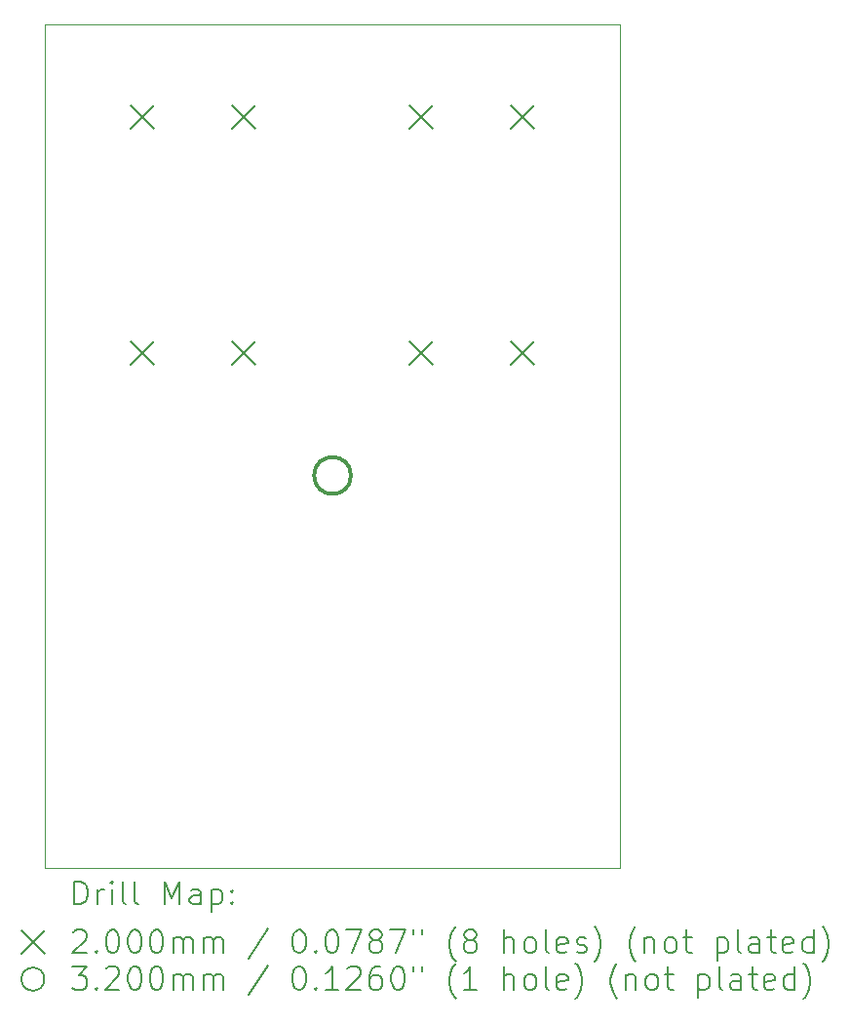
<source format=gbr>
%TF.GenerationSoftware,KiCad,Pcbnew,7.0.7-7.0.7~ubuntu22.04.1*%
%TF.CreationDate,2023-12-10T22:01:40+01:00*%
%TF.ProjectId,CD40106_VCO,43443430-3130-4365-9f56-434f2e6b6963,rev?*%
%TF.SameCoordinates,Original*%
%TF.FileFunction,Drillmap*%
%TF.FilePolarity,Positive*%
%FSLAX45Y45*%
G04 Gerber Fmt 4.5, Leading zero omitted, Abs format (unit mm)*
G04 Created by KiCad (PCBNEW 7.0.7-7.0.7~ubuntu22.04.1) date 2023-12-10 22:01:40*
%MOMM*%
%LPD*%
G01*
G04 APERTURE LIST*
%ADD10C,0.050000*%
%ADD11C,0.200000*%
%ADD12C,0.320000*%
G04 APERTURE END LIST*
D10*
X15900000Y-7325000D02*
X15900000Y-14650000D01*
X10900000Y-7325000D02*
X15900000Y-7325000D01*
X10900000Y-7325000D02*
X10900000Y-14650000D01*
X10900000Y-14650000D02*
X15900000Y-14650000D01*
D11*
X11650000Y-8030000D02*
X11850000Y-8230000D01*
X11850000Y-8030000D02*
X11650000Y-8230000D01*
X11650000Y-10075000D02*
X11850000Y-10275000D01*
X11850000Y-10075000D02*
X11650000Y-10275000D01*
X12530000Y-8030000D02*
X12730000Y-8230000D01*
X12730000Y-8030000D02*
X12530000Y-8230000D01*
X12530000Y-10075000D02*
X12730000Y-10275000D01*
X12730000Y-10075000D02*
X12530000Y-10275000D01*
X14070000Y-8030000D02*
X14270000Y-8230000D01*
X14270000Y-8030000D02*
X14070000Y-8230000D01*
X14070000Y-10075000D02*
X14270000Y-10275000D01*
X14270000Y-10075000D02*
X14070000Y-10275000D01*
X14950000Y-8030000D02*
X15150000Y-8230000D01*
X15150000Y-8030000D02*
X14950000Y-8230000D01*
X14950000Y-10075000D02*
X15150000Y-10275000D01*
X15150000Y-10075000D02*
X14950000Y-10275000D01*
D12*
X13560000Y-11240000D02*
G75*
G03*
X13560000Y-11240000I-160000J0D01*
G01*
D11*
X11158277Y-14963984D02*
X11158277Y-14763984D01*
X11158277Y-14763984D02*
X11205896Y-14763984D01*
X11205896Y-14763984D02*
X11234467Y-14773508D01*
X11234467Y-14773508D02*
X11253515Y-14792555D01*
X11253515Y-14792555D02*
X11263039Y-14811603D01*
X11263039Y-14811603D02*
X11272562Y-14849698D01*
X11272562Y-14849698D02*
X11272562Y-14878269D01*
X11272562Y-14878269D02*
X11263039Y-14916365D01*
X11263039Y-14916365D02*
X11253515Y-14935412D01*
X11253515Y-14935412D02*
X11234467Y-14954460D01*
X11234467Y-14954460D02*
X11205896Y-14963984D01*
X11205896Y-14963984D02*
X11158277Y-14963984D01*
X11358277Y-14963984D02*
X11358277Y-14830650D01*
X11358277Y-14868746D02*
X11367801Y-14849698D01*
X11367801Y-14849698D02*
X11377324Y-14840174D01*
X11377324Y-14840174D02*
X11396372Y-14830650D01*
X11396372Y-14830650D02*
X11415420Y-14830650D01*
X11482086Y-14963984D02*
X11482086Y-14830650D01*
X11482086Y-14763984D02*
X11472562Y-14773508D01*
X11472562Y-14773508D02*
X11482086Y-14783031D01*
X11482086Y-14783031D02*
X11491610Y-14773508D01*
X11491610Y-14773508D02*
X11482086Y-14763984D01*
X11482086Y-14763984D02*
X11482086Y-14783031D01*
X11605896Y-14963984D02*
X11586848Y-14954460D01*
X11586848Y-14954460D02*
X11577324Y-14935412D01*
X11577324Y-14935412D02*
X11577324Y-14763984D01*
X11710658Y-14963984D02*
X11691610Y-14954460D01*
X11691610Y-14954460D02*
X11682086Y-14935412D01*
X11682086Y-14935412D02*
X11682086Y-14763984D01*
X11939229Y-14963984D02*
X11939229Y-14763984D01*
X11939229Y-14763984D02*
X12005896Y-14906841D01*
X12005896Y-14906841D02*
X12072562Y-14763984D01*
X12072562Y-14763984D02*
X12072562Y-14963984D01*
X12253515Y-14963984D02*
X12253515Y-14859222D01*
X12253515Y-14859222D02*
X12243991Y-14840174D01*
X12243991Y-14840174D02*
X12224943Y-14830650D01*
X12224943Y-14830650D02*
X12186848Y-14830650D01*
X12186848Y-14830650D02*
X12167801Y-14840174D01*
X12253515Y-14954460D02*
X12234467Y-14963984D01*
X12234467Y-14963984D02*
X12186848Y-14963984D01*
X12186848Y-14963984D02*
X12167801Y-14954460D01*
X12167801Y-14954460D02*
X12158277Y-14935412D01*
X12158277Y-14935412D02*
X12158277Y-14916365D01*
X12158277Y-14916365D02*
X12167801Y-14897317D01*
X12167801Y-14897317D02*
X12186848Y-14887793D01*
X12186848Y-14887793D02*
X12234467Y-14887793D01*
X12234467Y-14887793D02*
X12253515Y-14878269D01*
X12348753Y-14830650D02*
X12348753Y-15030650D01*
X12348753Y-14840174D02*
X12367801Y-14830650D01*
X12367801Y-14830650D02*
X12405896Y-14830650D01*
X12405896Y-14830650D02*
X12424943Y-14840174D01*
X12424943Y-14840174D02*
X12434467Y-14849698D01*
X12434467Y-14849698D02*
X12443991Y-14868746D01*
X12443991Y-14868746D02*
X12443991Y-14925888D01*
X12443991Y-14925888D02*
X12434467Y-14944936D01*
X12434467Y-14944936D02*
X12424943Y-14954460D01*
X12424943Y-14954460D02*
X12405896Y-14963984D01*
X12405896Y-14963984D02*
X12367801Y-14963984D01*
X12367801Y-14963984D02*
X12348753Y-14954460D01*
X12529705Y-14944936D02*
X12539229Y-14954460D01*
X12539229Y-14954460D02*
X12529705Y-14963984D01*
X12529705Y-14963984D02*
X12520182Y-14954460D01*
X12520182Y-14954460D02*
X12529705Y-14944936D01*
X12529705Y-14944936D02*
X12529705Y-14963984D01*
X12529705Y-14840174D02*
X12539229Y-14849698D01*
X12539229Y-14849698D02*
X12529705Y-14859222D01*
X12529705Y-14859222D02*
X12520182Y-14849698D01*
X12520182Y-14849698D02*
X12529705Y-14840174D01*
X12529705Y-14840174D02*
X12529705Y-14859222D01*
X10697500Y-15192500D02*
X10897500Y-15392500D01*
X10897500Y-15192500D02*
X10697500Y-15392500D01*
X11148753Y-15203031D02*
X11158277Y-15193508D01*
X11158277Y-15193508D02*
X11177324Y-15183984D01*
X11177324Y-15183984D02*
X11224943Y-15183984D01*
X11224943Y-15183984D02*
X11243991Y-15193508D01*
X11243991Y-15193508D02*
X11253515Y-15203031D01*
X11253515Y-15203031D02*
X11263039Y-15222079D01*
X11263039Y-15222079D02*
X11263039Y-15241127D01*
X11263039Y-15241127D02*
X11253515Y-15269698D01*
X11253515Y-15269698D02*
X11139229Y-15383984D01*
X11139229Y-15383984D02*
X11263039Y-15383984D01*
X11348753Y-15364936D02*
X11358277Y-15374460D01*
X11358277Y-15374460D02*
X11348753Y-15383984D01*
X11348753Y-15383984D02*
X11339229Y-15374460D01*
X11339229Y-15374460D02*
X11348753Y-15364936D01*
X11348753Y-15364936D02*
X11348753Y-15383984D01*
X11482086Y-15183984D02*
X11501134Y-15183984D01*
X11501134Y-15183984D02*
X11520182Y-15193508D01*
X11520182Y-15193508D02*
X11529705Y-15203031D01*
X11529705Y-15203031D02*
X11539229Y-15222079D01*
X11539229Y-15222079D02*
X11548753Y-15260174D01*
X11548753Y-15260174D02*
X11548753Y-15307793D01*
X11548753Y-15307793D02*
X11539229Y-15345888D01*
X11539229Y-15345888D02*
X11529705Y-15364936D01*
X11529705Y-15364936D02*
X11520182Y-15374460D01*
X11520182Y-15374460D02*
X11501134Y-15383984D01*
X11501134Y-15383984D02*
X11482086Y-15383984D01*
X11482086Y-15383984D02*
X11463039Y-15374460D01*
X11463039Y-15374460D02*
X11453515Y-15364936D01*
X11453515Y-15364936D02*
X11443991Y-15345888D01*
X11443991Y-15345888D02*
X11434467Y-15307793D01*
X11434467Y-15307793D02*
X11434467Y-15260174D01*
X11434467Y-15260174D02*
X11443991Y-15222079D01*
X11443991Y-15222079D02*
X11453515Y-15203031D01*
X11453515Y-15203031D02*
X11463039Y-15193508D01*
X11463039Y-15193508D02*
X11482086Y-15183984D01*
X11672562Y-15183984D02*
X11691610Y-15183984D01*
X11691610Y-15183984D02*
X11710658Y-15193508D01*
X11710658Y-15193508D02*
X11720182Y-15203031D01*
X11720182Y-15203031D02*
X11729705Y-15222079D01*
X11729705Y-15222079D02*
X11739229Y-15260174D01*
X11739229Y-15260174D02*
X11739229Y-15307793D01*
X11739229Y-15307793D02*
X11729705Y-15345888D01*
X11729705Y-15345888D02*
X11720182Y-15364936D01*
X11720182Y-15364936D02*
X11710658Y-15374460D01*
X11710658Y-15374460D02*
X11691610Y-15383984D01*
X11691610Y-15383984D02*
X11672562Y-15383984D01*
X11672562Y-15383984D02*
X11653515Y-15374460D01*
X11653515Y-15374460D02*
X11643991Y-15364936D01*
X11643991Y-15364936D02*
X11634467Y-15345888D01*
X11634467Y-15345888D02*
X11624943Y-15307793D01*
X11624943Y-15307793D02*
X11624943Y-15260174D01*
X11624943Y-15260174D02*
X11634467Y-15222079D01*
X11634467Y-15222079D02*
X11643991Y-15203031D01*
X11643991Y-15203031D02*
X11653515Y-15193508D01*
X11653515Y-15193508D02*
X11672562Y-15183984D01*
X11863039Y-15183984D02*
X11882086Y-15183984D01*
X11882086Y-15183984D02*
X11901134Y-15193508D01*
X11901134Y-15193508D02*
X11910658Y-15203031D01*
X11910658Y-15203031D02*
X11920182Y-15222079D01*
X11920182Y-15222079D02*
X11929705Y-15260174D01*
X11929705Y-15260174D02*
X11929705Y-15307793D01*
X11929705Y-15307793D02*
X11920182Y-15345888D01*
X11920182Y-15345888D02*
X11910658Y-15364936D01*
X11910658Y-15364936D02*
X11901134Y-15374460D01*
X11901134Y-15374460D02*
X11882086Y-15383984D01*
X11882086Y-15383984D02*
X11863039Y-15383984D01*
X11863039Y-15383984D02*
X11843991Y-15374460D01*
X11843991Y-15374460D02*
X11834467Y-15364936D01*
X11834467Y-15364936D02*
X11824943Y-15345888D01*
X11824943Y-15345888D02*
X11815420Y-15307793D01*
X11815420Y-15307793D02*
X11815420Y-15260174D01*
X11815420Y-15260174D02*
X11824943Y-15222079D01*
X11824943Y-15222079D02*
X11834467Y-15203031D01*
X11834467Y-15203031D02*
X11843991Y-15193508D01*
X11843991Y-15193508D02*
X11863039Y-15183984D01*
X12015420Y-15383984D02*
X12015420Y-15250650D01*
X12015420Y-15269698D02*
X12024943Y-15260174D01*
X12024943Y-15260174D02*
X12043991Y-15250650D01*
X12043991Y-15250650D02*
X12072563Y-15250650D01*
X12072563Y-15250650D02*
X12091610Y-15260174D01*
X12091610Y-15260174D02*
X12101134Y-15279222D01*
X12101134Y-15279222D02*
X12101134Y-15383984D01*
X12101134Y-15279222D02*
X12110658Y-15260174D01*
X12110658Y-15260174D02*
X12129705Y-15250650D01*
X12129705Y-15250650D02*
X12158277Y-15250650D01*
X12158277Y-15250650D02*
X12177324Y-15260174D01*
X12177324Y-15260174D02*
X12186848Y-15279222D01*
X12186848Y-15279222D02*
X12186848Y-15383984D01*
X12282086Y-15383984D02*
X12282086Y-15250650D01*
X12282086Y-15269698D02*
X12291610Y-15260174D01*
X12291610Y-15260174D02*
X12310658Y-15250650D01*
X12310658Y-15250650D02*
X12339229Y-15250650D01*
X12339229Y-15250650D02*
X12358277Y-15260174D01*
X12358277Y-15260174D02*
X12367801Y-15279222D01*
X12367801Y-15279222D02*
X12367801Y-15383984D01*
X12367801Y-15279222D02*
X12377324Y-15260174D01*
X12377324Y-15260174D02*
X12396372Y-15250650D01*
X12396372Y-15250650D02*
X12424943Y-15250650D01*
X12424943Y-15250650D02*
X12443991Y-15260174D01*
X12443991Y-15260174D02*
X12453515Y-15279222D01*
X12453515Y-15279222D02*
X12453515Y-15383984D01*
X12843991Y-15174460D02*
X12672563Y-15431603D01*
X13101134Y-15183984D02*
X13120182Y-15183984D01*
X13120182Y-15183984D02*
X13139229Y-15193508D01*
X13139229Y-15193508D02*
X13148753Y-15203031D01*
X13148753Y-15203031D02*
X13158277Y-15222079D01*
X13158277Y-15222079D02*
X13167801Y-15260174D01*
X13167801Y-15260174D02*
X13167801Y-15307793D01*
X13167801Y-15307793D02*
X13158277Y-15345888D01*
X13158277Y-15345888D02*
X13148753Y-15364936D01*
X13148753Y-15364936D02*
X13139229Y-15374460D01*
X13139229Y-15374460D02*
X13120182Y-15383984D01*
X13120182Y-15383984D02*
X13101134Y-15383984D01*
X13101134Y-15383984D02*
X13082086Y-15374460D01*
X13082086Y-15374460D02*
X13072563Y-15364936D01*
X13072563Y-15364936D02*
X13063039Y-15345888D01*
X13063039Y-15345888D02*
X13053515Y-15307793D01*
X13053515Y-15307793D02*
X13053515Y-15260174D01*
X13053515Y-15260174D02*
X13063039Y-15222079D01*
X13063039Y-15222079D02*
X13072563Y-15203031D01*
X13072563Y-15203031D02*
X13082086Y-15193508D01*
X13082086Y-15193508D02*
X13101134Y-15183984D01*
X13253515Y-15364936D02*
X13263039Y-15374460D01*
X13263039Y-15374460D02*
X13253515Y-15383984D01*
X13253515Y-15383984D02*
X13243991Y-15374460D01*
X13243991Y-15374460D02*
X13253515Y-15364936D01*
X13253515Y-15364936D02*
X13253515Y-15383984D01*
X13386848Y-15183984D02*
X13405896Y-15183984D01*
X13405896Y-15183984D02*
X13424944Y-15193508D01*
X13424944Y-15193508D02*
X13434467Y-15203031D01*
X13434467Y-15203031D02*
X13443991Y-15222079D01*
X13443991Y-15222079D02*
X13453515Y-15260174D01*
X13453515Y-15260174D02*
X13453515Y-15307793D01*
X13453515Y-15307793D02*
X13443991Y-15345888D01*
X13443991Y-15345888D02*
X13434467Y-15364936D01*
X13434467Y-15364936D02*
X13424944Y-15374460D01*
X13424944Y-15374460D02*
X13405896Y-15383984D01*
X13405896Y-15383984D02*
X13386848Y-15383984D01*
X13386848Y-15383984D02*
X13367801Y-15374460D01*
X13367801Y-15374460D02*
X13358277Y-15364936D01*
X13358277Y-15364936D02*
X13348753Y-15345888D01*
X13348753Y-15345888D02*
X13339229Y-15307793D01*
X13339229Y-15307793D02*
X13339229Y-15260174D01*
X13339229Y-15260174D02*
X13348753Y-15222079D01*
X13348753Y-15222079D02*
X13358277Y-15203031D01*
X13358277Y-15203031D02*
X13367801Y-15193508D01*
X13367801Y-15193508D02*
X13386848Y-15183984D01*
X13520182Y-15183984D02*
X13653515Y-15183984D01*
X13653515Y-15183984D02*
X13567801Y-15383984D01*
X13758277Y-15269698D02*
X13739229Y-15260174D01*
X13739229Y-15260174D02*
X13729706Y-15250650D01*
X13729706Y-15250650D02*
X13720182Y-15231603D01*
X13720182Y-15231603D02*
X13720182Y-15222079D01*
X13720182Y-15222079D02*
X13729706Y-15203031D01*
X13729706Y-15203031D02*
X13739229Y-15193508D01*
X13739229Y-15193508D02*
X13758277Y-15183984D01*
X13758277Y-15183984D02*
X13796372Y-15183984D01*
X13796372Y-15183984D02*
X13815420Y-15193508D01*
X13815420Y-15193508D02*
X13824944Y-15203031D01*
X13824944Y-15203031D02*
X13834467Y-15222079D01*
X13834467Y-15222079D02*
X13834467Y-15231603D01*
X13834467Y-15231603D02*
X13824944Y-15250650D01*
X13824944Y-15250650D02*
X13815420Y-15260174D01*
X13815420Y-15260174D02*
X13796372Y-15269698D01*
X13796372Y-15269698D02*
X13758277Y-15269698D01*
X13758277Y-15269698D02*
X13739229Y-15279222D01*
X13739229Y-15279222D02*
X13729706Y-15288746D01*
X13729706Y-15288746D02*
X13720182Y-15307793D01*
X13720182Y-15307793D02*
X13720182Y-15345888D01*
X13720182Y-15345888D02*
X13729706Y-15364936D01*
X13729706Y-15364936D02*
X13739229Y-15374460D01*
X13739229Y-15374460D02*
X13758277Y-15383984D01*
X13758277Y-15383984D02*
X13796372Y-15383984D01*
X13796372Y-15383984D02*
X13815420Y-15374460D01*
X13815420Y-15374460D02*
X13824944Y-15364936D01*
X13824944Y-15364936D02*
X13834467Y-15345888D01*
X13834467Y-15345888D02*
X13834467Y-15307793D01*
X13834467Y-15307793D02*
X13824944Y-15288746D01*
X13824944Y-15288746D02*
X13815420Y-15279222D01*
X13815420Y-15279222D02*
X13796372Y-15269698D01*
X13901134Y-15183984D02*
X14034467Y-15183984D01*
X14034467Y-15183984D02*
X13948753Y-15383984D01*
X14101134Y-15183984D02*
X14101134Y-15222079D01*
X14177325Y-15183984D02*
X14177325Y-15222079D01*
X14472563Y-15460174D02*
X14463039Y-15450650D01*
X14463039Y-15450650D02*
X14443991Y-15422079D01*
X14443991Y-15422079D02*
X14434468Y-15403031D01*
X14434468Y-15403031D02*
X14424944Y-15374460D01*
X14424944Y-15374460D02*
X14415420Y-15326841D01*
X14415420Y-15326841D02*
X14415420Y-15288746D01*
X14415420Y-15288746D02*
X14424944Y-15241127D01*
X14424944Y-15241127D02*
X14434468Y-15212555D01*
X14434468Y-15212555D02*
X14443991Y-15193508D01*
X14443991Y-15193508D02*
X14463039Y-15164936D01*
X14463039Y-15164936D02*
X14472563Y-15155412D01*
X14577325Y-15269698D02*
X14558277Y-15260174D01*
X14558277Y-15260174D02*
X14548753Y-15250650D01*
X14548753Y-15250650D02*
X14539229Y-15231603D01*
X14539229Y-15231603D02*
X14539229Y-15222079D01*
X14539229Y-15222079D02*
X14548753Y-15203031D01*
X14548753Y-15203031D02*
X14558277Y-15193508D01*
X14558277Y-15193508D02*
X14577325Y-15183984D01*
X14577325Y-15183984D02*
X14615420Y-15183984D01*
X14615420Y-15183984D02*
X14634468Y-15193508D01*
X14634468Y-15193508D02*
X14643991Y-15203031D01*
X14643991Y-15203031D02*
X14653515Y-15222079D01*
X14653515Y-15222079D02*
X14653515Y-15231603D01*
X14653515Y-15231603D02*
X14643991Y-15250650D01*
X14643991Y-15250650D02*
X14634468Y-15260174D01*
X14634468Y-15260174D02*
X14615420Y-15269698D01*
X14615420Y-15269698D02*
X14577325Y-15269698D01*
X14577325Y-15269698D02*
X14558277Y-15279222D01*
X14558277Y-15279222D02*
X14548753Y-15288746D01*
X14548753Y-15288746D02*
X14539229Y-15307793D01*
X14539229Y-15307793D02*
X14539229Y-15345888D01*
X14539229Y-15345888D02*
X14548753Y-15364936D01*
X14548753Y-15364936D02*
X14558277Y-15374460D01*
X14558277Y-15374460D02*
X14577325Y-15383984D01*
X14577325Y-15383984D02*
X14615420Y-15383984D01*
X14615420Y-15383984D02*
X14634468Y-15374460D01*
X14634468Y-15374460D02*
X14643991Y-15364936D01*
X14643991Y-15364936D02*
X14653515Y-15345888D01*
X14653515Y-15345888D02*
X14653515Y-15307793D01*
X14653515Y-15307793D02*
X14643991Y-15288746D01*
X14643991Y-15288746D02*
X14634468Y-15279222D01*
X14634468Y-15279222D02*
X14615420Y-15269698D01*
X14891610Y-15383984D02*
X14891610Y-15183984D01*
X14977325Y-15383984D02*
X14977325Y-15279222D01*
X14977325Y-15279222D02*
X14967801Y-15260174D01*
X14967801Y-15260174D02*
X14948753Y-15250650D01*
X14948753Y-15250650D02*
X14920182Y-15250650D01*
X14920182Y-15250650D02*
X14901134Y-15260174D01*
X14901134Y-15260174D02*
X14891610Y-15269698D01*
X15101134Y-15383984D02*
X15082087Y-15374460D01*
X15082087Y-15374460D02*
X15072563Y-15364936D01*
X15072563Y-15364936D02*
X15063039Y-15345888D01*
X15063039Y-15345888D02*
X15063039Y-15288746D01*
X15063039Y-15288746D02*
X15072563Y-15269698D01*
X15072563Y-15269698D02*
X15082087Y-15260174D01*
X15082087Y-15260174D02*
X15101134Y-15250650D01*
X15101134Y-15250650D02*
X15129706Y-15250650D01*
X15129706Y-15250650D02*
X15148753Y-15260174D01*
X15148753Y-15260174D02*
X15158277Y-15269698D01*
X15158277Y-15269698D02*
X15167801Y-15288746D01*
X15167801Y-15288746D02*
X15167801Y-15345888D01*
X15167801Y-15345888D02*
X15158277Y-15364936D01*
X15158277Y-15364936D02*
X15148753Y-15374460D01*
X15148753Y-15374460D02*
X15129706Y-15383984D01*
X15129706Y-15383984D02*
X15101134Y-15383984D01*
X15282087Y-15383984D02*
X15263039Y-15374460D01*
X15263039Y-15374460D02*
X15253515Y-15355412D01*
X15253515Y-15355412D02*
X15253515Y-15183984D01*
X15434468Y-15374460D02*
X15415420Y-15383984D01*
X15415420Y-15383984D02*
X15377325Y-15383984D01*
X15377325Y-15383984D02*
X15358277Y-15374460D01*
X15358277Y-15374460D02*
X15348753Y-15355412D01*
X15348753Y-15355412D02*
X15348753Y-15279222D01*
X15348753Y-15279222D02*
X15358277Y-15260174D01*
X15358277Y-15260174D02*
X15377325Y-15250650D01*
X15377325Y-15250650D02*
X15415420Y-15250650D01*
X15415420Y-15250650D02*
X15434468Y-15260174D01*
X15434468Y-15260174D02*
X15443991Y-15279222D01*
X15443991Y-15279222D02*
X15443991Y-15298269D01*
X15443991Y-15298269D02*
X15348753Y-15317317D01*
X15520182Y-15374460D02*
X15539230Y-15383984D01*
X15539230Y-15383984D02*
X15577325Y-15383984D01*
X15577325Y-15383984D02*
X15596372Y-15374460D01*
X15596372Y-15374460D02*
X15605896Y-15355412D01*
X15605896Y-15355412D02*
X15605896Y-15345888D01*
X15605896Y-15345888D02*
X15596372Y-15326841D01*
X15596372Y-15326841D02*
X15577325Y-15317317D01*
X15577325Y-15317317D02*
X15548753Y-15317317D01*
X15548753Y-15317317D02*
X15529706Y-15307793D01*
X15529706Y-15307793D02*
X15520182Y-15288746D01*
X15520182Y-15288746D02*
X15520182Y-15279222D01*
X15520182Y-15279222D02*
X15529706Y-15260174D01*
X15529706Y-15260174D02*
X15548753Y-15250650D01*
X15548753Y-15250650D02*
X15577325Y-15250650D01*
X15577325Y-15250650D02*
X15596372Y-15260174D01*
X15672563Y-15460174D02*
X15682087Y-15450650D01*
X15682087Y-15450650D02*
X15701134Y-15422079D01*
X15701134Y-15422079D02*
X15710658Y-15403031D01*
X15710658Y-15403031D02*
X15720182Y-15374460D01*
X15720182Y-15374460D02*
X15729706Y-15326841D01*
X15729706Y-15326841D02*
X15729706Y-15288746D01*
X15729706Y-15288746D02*
X15720182Y-15241127D01*
X15720182Y-15241127D02*
X15710658Y-15212555D01*
X15710658Y-15212555D02*
X15701134Y-15193508D01*
X15701134Y-15193508D02*
X15682087Y-15164936D01*
X15682087Y-15164936D02*
X15672563Y-15155412D01*
X16034468Y-15460174D02*
X16024944Y-15450650D01*
X16024944Y-15450650D02*
X16005896Y-15422079D01*
X16005896Y-15422079D02*
X15996372Y-15403031D01*
X15996372Y-15403031D02*
X15986849Y-15374460D01*
X15986849Y-15374460D02*
X15977325Y-15326841D01*
X15977325Y-15326841D02*
X15977325Y-15288746D01*
X15977325Y-15288746D02*
X15986849Y-15241127D01*
X15986849Y-15241127D02*
X15996372Y-15212555D01*
X15996372Y-15212555D02*
X16005896Y-15193508D01*
X16005896Y-15193508D02*
X16024944Y-15164936D01*
X16024944Y-15164936D02*
X16034468Y-15155412D01*
X16110658Y-15250650D02*
X16110658Y-15383984D01*
X16110658Y-15269698D02*
X16120182Y-15260174D01*
X16120182Y-15260174D02*
X16139230Y-15250650D01*
X16139230Y-15250650D02*
X16167801Y-15250650D01*
X16167801Y-15250650D02*
X16186849Y-15260174D01*
X16186849Y-15260174D02*
X16196372Y-15279222D01*
X16196372Y-15279222D02*
X16196372Y-15383984D01*
X16320182Y-15383984D02*
X16301134Y-15374460D01*
X16301134Y-15374460D02*
X16291611Y-15364936D01*
X16291611Y-15364936D02*
X16282087Y-15345888D01*
X16282087Y-15345888D02*
X16282087Y-15288746D01*
X16282087Y-15288746D02*
X16291611Y-15269698D01*
X16291611Y-15269698D02*
X16301134Y-15260174D01*
X16301134Y-15260174D02*
X16320182Y-15250650D01*
X16320182Y-15250650D02*
X16348753Y-15250650D01*
X16348753Y-15250650D02*
X16367801Y-15260174D01*
X16367801Y-15260174D02*
X16377325Y-15269698D01*
X16377325Y-15269698D02*
X16386849Y-15288746D01*
X16386849Y-15288746D02*
X16386849Y-15345888D01*
X16386849Y-15345888D02*
X16377325Y-15364936D01*
X16377325Y-15364936D02*
X16367801Y-15374460D01*
X16367801Y-15374460D02*
X16348753Y-15383984D01*
X16348753Y-15383984D02*
X16320182Y-15383984D01*
X16443992Y-15250650D02*
X16520182Y-15250650D01*
X16472563Y-15183984D02*
X16472563Y-15355412D01*
X16472563Y-15355412D02*
X16482087Y-15374460D01*
X16482087Y-15374460D02*
X16501134Y-15383984D01*
X16501134Y-15383984D02*
X16520182Y-15383984D01*
X16739230Y-15250650D02*
X16739230Y-15450650D01*
X16739230Y-15260174D02*
X16758277Y-15250650D01*
X16758277Y-15250650D02*
X16796373Y-15250650D01*
X16796373Y-15250650D02*
X16815420Y-15260174D01*
X16815420Y-15260174D02*
X16824944Y-15269698D01*
X16824944Y-15269698D02*
X16834468Y-15288746D01*
X16834468Y-15288746D02*
X16834468Y-15345888D01*
X16834468Y-15345888D02*
X16824944Y-15364936D01*
X16824944Y-15364936D02*
X16815420Y-15374460D01*
X16815420Y-15374460D02*
X16796373Y-15383984D01*
X16796373Y-15383984D02*
X16758277Y-15383984D01*
X16758277Y-15383984D02*
X16739230Y-15374460D01*
X16948754Y-15383984D02*
X16929706Y-15374460D01*
X16929706Y-15374460D02*
X16920182Y-15355412D01*
X16920182Y-15355412D02*
X16920182Y-15183984D01*
X17110658Y-15383984D02*
X17110658Y-15279222D01*
X17110658Y-15279222D02*
X17101135Y-15260174D01*
X17101135Y-15260174D02*
X17082087Y-15250650D01*
X17082087Y-15250650D02*
X17043992Y-15250650D01*
X17043992Y-15250650D02*
X17024944Y-15260174D01*
X17110658Y-15374460D02*
X17091611Y-15383984D01*
X17091611Y-15383984D02*
X17043992Y-15383984D01*
X17043992Y-15383984D02*
X17024944Y-15374460D01*
X17024944Y-15374460D02*
X17015420Y-15355412D01*
X17015420Y-15355412D02*
X17015420Y-15336365D01*
X17015420Y-15336365D02*
X17024944Y-15317317D01*
X17024944Y-15317317D02*
X17043992Y-15307793D01*
X17043992Y-15307793D02*
X17091611Y-15307793D01*
X17091611Y-15307793D02*
X17110658Y-15298269D01*
X17177325Y-15250650D02*
X17253515Y-15250650D01*
X17205896Y-15183984D02*
X17205896Y-15355412D01*
X17205896Y-15355412D02*
X17215420Y-15374460D01*
X17215420Y-15374460D02*
X17234468Y-15383984D01*
X17234468Y-15383984D02*
X17253515Y-15383984D01*
X17396373Y-15374460D02*
X17377325Y-15383984D01*
X17377325Y-15383984D02*
X17339230Y-15383984D01*
X17339230Y-15383984D02*
X17320182Y-15374460D01*
X17320182Y-15374460D02*
X17310658Y-15355412D01*
X17310658Y-15355412D02*
X17310658Y-15279222D01*
X17310658Y-15279222D02*
X17320182Y-15260174D01*
X17320182Y-15260174D02*
X17339230Y-15250650D01*
X17339230Y-15250650D02*
X17377325Y-15250650D01*
X17377325Y-15250650D02*
X17396373Y-15260174D01*
X17396373Y-15260174D02*
X17405896Y-15279222D01*
X17405896Y-15279222D02*
X17405896Y-15298269D01*
X17405896Y-15298269D02*
X17310658Y-15317317D01*
X17577325Y-15383984D02*
X17577325Y-15183984D01*
X17577325Y-15374460D02*
X17558277Y-15383984D01*
X17558277Y-15383984D02*
X17520182Y-15383984D01*
X17520182Y-15383984D02*
X17501135Y-15374460D01*
X17501135Y-15374460D02*
X17491611Y-15364936D01*
X17491611Y-15364936D02*
X17482087Y-15345888D01*
X17482087Y-15345888D02*
X17482087Y-15288746D01*
X17482087Y-15288746D02*
X17491611Y-15269698D01*
X17491611Y-15269698D02*
X17501135Y-15260174D01*
X17501135Y-15260174D02*
X17520182Y-15250650D01*
X17520182Y-15250650D02*
X17558277Y-15250650D01*
X17558277Y-15250650D02*
X17577325Y-15260174D01*
X17653516Y-15460174D02*
X17663039Y-15450650D01*
X17663039Y-15450650D02*
X17682087Y-15422079D01*
X17682087Y-15422079D02*
X17691611Y-15403031D01*
X17691611Y-15403031D02*
X17701135Y-15374460D01*
X17701135Y-15374460D02*
X17710658Y-15326841D01*
X17710658Y-15326841D02*
X17710658Y-15288746D01*
X17710658Y-15288746D02*
X17701135Y-15241127D01*
X17701135Y-15241127D02*
X17691611Y-15212555D01*
X17691611Y-15212555D02*
X17682087Y-15193508D01*
X17682087Y-15193508D02*
X17663039Y-15164936D01*
X17663039Y-15164936D02*
X17653516Y-15155412D01*
X10897500Y-15612500D02*
G75*
G03*
X10897500Y-15612500I-100000J0D01*
G01*
X11139229Y-15503984D02*
X11263039Y-15503984D01*
X11263039Y-15503984D02*
X11196372Y-15580174D01*
X11196372Y-15580174D02*
X11224943Y-15580174D01*
X11224943Y-15580174D02*
X11243991Y-15589698D01*
X11243991Y-15589698D02*
X11253515Y-15599222D01*
X11253515Y-15599222D02*
X11263039Y-15618269D01*
X11263039Y-15618269D02*
X11263039Y-15665888D01*
X11263039Y-15665888D02*
X11253515Y-15684936D01*
X11253515Y-15684936D02*
X11243991Y-15694460D01*
X11243991Y-15694460D02*
X11224943Y-15703984D01*
X11224943Y-15703984D02*
X11167801Y-15703984D01*
X11167801Y-15703984D02*
X11148753Y-15694460D01*
X11148753Y-15694460D02*
X11139229Y-15684936D01*
X11348753Y-15684936D02*
X11358277Y-15694460D01*
X11358277Y-15694460D02*
X11348753Y-15703984D01*
X11348753Y-15703984D02*
X11339229Y-15694460D01*
X11339229Y-15694460D02*
X11348753Y-15684936D01*
X11348753Y-15684936D02*
X11348753Y-15703984D01*
X11434467Y-15523031D02*
X11443991Y-15513508D01*
X11443991Y-15513508D02*
X11463039Y-15503984D01*
X11463039Y-15503984D02*
X11510658Y-15503984D01*
X11510658Y-15503984D02*
X11529705Y-15513508D01*
X11529705Y-15513508D02*
X11539229Y-15523031D01*
X11539229Y-15523031D02*
X11548753Y-15542079D01*
X11548753Y-15542079D02*
X11548753Y-15561127D01*
X11548753Y-15561127D02*
X11539229Y-15589698D01*
X11539229Y-15589698D02*
X11424943Y-15703984D01*
X11424943Y-15703984D02*
X11548753Y-15703984D01*
X11672562Y-15503984D02*
X11691610Y-15503984D01*
X11691610Y-15503984D02*
X11710658Y-15513508D01*
X11710658Y-15513508D02*
X11720182Y-15523031D01*
X11720182Y-15523031D02*
X11729705Y-15542079D01*
X11729705Y-15542079D02*
X11739229Y-15580174D01*
X11739229Y-15580174D02*
X11739229Y-15627793D01*
X11739229Y-15627793D02*
X11729705Y-15665888D01*
X11729705Y-15665888D02*
X11720182Y-15684936D01*
X11720182Y-15684936D02*
X11710658Y-15694460D01*
X11710658Y-15694460D02*
X11691610Y-15703984D01*
X11691610Y-15703984D02*
X11672562Y-15703984D01*
X11672562Y-15703984D02*
X11653515Y-15694460D01*
X11653515Y-15694460D02*
X11643991Y-15684936D01*
X11643991Y-15684936D02*
X11634467Y-15665888D01*
X11634467Y-15665888D02*
X11624943Y-15627793D01*
X11624943Y-15627793D02*
X11624943Y-15580174D01*
X11624943Y-15580174D02*
X11634467Y-15542079D01*
X11634467Y-15542079D02*
X11643991Y-15523031D01*
X11643991Y-15523031D02*
X11653515Y-15513508D01*
X11653515Y-15513508D02*
X11672562Y-15503984D01*
X11863039Y-15503984D02*
X11882086Y-15503984D01*
X11882086Y-15503984D02*
X11901134Y-15513508D01*
X11901134Y-15513508D02*
X11910658Y-15523031D01*
X11910658Y-15523031D02*
X11920182Y-15542079D01*
X11920182Y-15542079D02*
X11929705Y-15580174D01*
X11929705Y-15580174D02*
X11929705Y-15627793D01*
X11929705Y-15627793D02*
X11920182Y-15665888D01*
X11920182Y-15665888D02*
X11910658Y-15684936D01*
X11910658Y-15684936D02*
X11901134Y-15694460D01*
X11901134Y-15694460D02*
X11882086Y-15703984D01*
X11882086Y-15703984D02*
X11863039Y-15703984D01*
X11863039Y-15703984D02*
X11843991Y-15694460D01*
X11843991Y-15694460D02*
X11834467Y-15684936D01*
X11834467Y-15684936D02*
X11824943Y-15665888D01*
X11824943Y-15665888D02*
X11815420Y-15627793D01*
X11815420Y-15627793D02*
X11815420Y-15580174D01*
X11815420Y-15580174D02*
X11824943Y-15542079D01*
X11824943Y-15542079D02*
X11834467Y-15523031D01*
X11834467Y-15523031D02*
X11843991Y-15513508D01*
X11843991Y-15513508D02*
X11863039Y-15503984D01*
X12015420Y-15703984D02*
X12015420Y-15570650D01*
X12015420Y-15589698D02*
X12024943Y-15580174D01*
X12024943Y-15580174D02*
X12043991Y-15570650D01*
X12043991Y-15570650D02*
X12072563Y-15570650D01*
X12072563Y-15570650D02*
X12091610Y-15580174D01*
X12091610Y-15580174D02*
X12101134Y-15599222D01*
X12101134Y-15599222D02*
X12101134Y-15703984D01*
X12101134Y-15599222D02*
X12110658Y-15580174D01*
X12110658Y-15580174D02*
X12129705Y-15570650D01*
X12129705Y-15570650D02*
X12158277Y-15570650D01*
X12158277Y-15570650D02*
X12177324Y-15580174D01*
X12177324Y-15580174D02*
X12186848Y-15599222D01*
X12186848Y-15599222D02*
X12186848Y-15703984D01*
X12282086Y-15703984D02*
X12282086Y-15570650D01*
X12282086Y-15589698D02*
X12291610Y-15580174D01*
X12291610Y-15580174D02*
X12310658Y-15570650D01*
X12310658Y-15570650D02*
X12339229Y-15570650D01*
X12339229Y-15570650D02*
X12358277Y-15580174D01*
X12358277Y-15580174D02*
X12367801Y-15599222D01*
X12367801Y-15599222D02*
X12367801Y-15703984D01*
X12367801Y-15599222D02*
X12377324Y-15580174D01*
X12377324Y-15580174D02*
X12396372Y-15570650D01*
X12396372Y-15570650D02*
X12424943Y-15570650D01*
X12424943Y-15570650D02*
X12443991Y-15580174D01*
X12443991Y-15580174D02*
X12453515Y-15599222D01*
X12453515Y-15599222D02*
X12453515Y-15703984D01*
X12843991Y-15494460D02*
X12672563Y-15751603D01*
X13101134Y-15503984D02*
X13120182Y-15503984D01*
X13120182Y-15503984D02*
X13139229Y-15513508D01*
X13139229Y-15513508D02*
X13148753Y-15523031D01*
X13148753Y-15523031D02*
X13158277Y-15542079D01*
X13158277Y-15542079D02*
X13167801Y-15580174D01*
X13167801Y-15580174D02*
X13167801Y-15627793D01*
X13167801Y-15627793D02*
X13158277Y-15665888D01*
X13158277Y-15665888D02*
X13148753Y-15684936D01*
X13148753Y-15684936D02*
X13139229Y-15694460D01*
X13139229Y-15694460D02*
X13120182Y-15703984D01*
X13120182Y-15703984D02*
X13101134Y-15703984D01*
X13101134Y-15703984D02*
X13082086Y-15694460D01*
X13082086Y-15694460D02*
X13072563Y-15684936D01*
X13072563Y-15684936D02*
X13063039Y-15665888D01*
X13063039Y-15665888D02*
X13053515Y-15627793D01*
X13053515Y-15627793D02*
X13053515Y-15580174D01*
X13053515Y-15580174D02*
X13063039Y-15542079D01*
X13063039Y-15542079D02*
X13072563Y-15523031D01*
X13072563Y-15523031D02*
X13082086Y-15513508D01*
X13082086Y-15513508D02*
X13101134Y-15503984D01*
X13253515Y-15684936D02*
X13263039Y-15694460D01*
X13263039Y-15694460D02*
X13253515Y-15703984D01*
X13253515Y-15703984D02*
X13243991Y-15694460D01*
X13243991Y-15694460D02*
X13253515Y-15684936D01*
X13253515Y-15684936D02*
X13253515Y-15703984D01*
X13453515Y-15703984D02*
X13339229Y-15703984D01*
X13396372Y-15703984D02*
X13396372Y-15503984D01*
X13396372Y-15503984D02*
X13377325Y-15532555D01*
X13377325Y-15532555D02*
X13358277Y-15551603D01*
X13358277Y-15551603D02*
X13339229Y-15561127D01*
X13529706Y-15523031D02*
X13539229Y-15513508D01*
X13539229Y-15513508D02*
X13558277Y-15503984D01*
X13558277Y-15503984D02*
X13605896Y-15503984D01*
X13605896Y-15503984D02*
X13624944Y-15513508D01*
X13624944Y-15513508D02*
X13634467Y-15523031D01*
X13634467Y-15523031D02*
X13643991Y-15542079D01*
X13643991Y-15542079D02*
X13643991Y-15561127D01*
X13643991Y-15561127D02*
X13634467Y-15589698D01*
X13634467Y-15589698D02*
X13520182Y-15703984D01*
X13520182Y-15703984D02*
X13643991Y-15703984D01*
X13815420Y-15503984D02*
X13777325Y-15503984D01*
X13777325Y-15503984D02*
X13758277Y-15513508D01*
X13758277Y-15513508D02*
X13748753Y-15523031D01*
X13748753Y-15523031D02*
X13729706Y-15551603D01*
X13729706Y-15551603D02*
X13720182Y-15589698D01*
X13720182Y-15589698D02*
X13720182Y-15665888D01*
X13720182Y-15665888D02*
X13729706Y-15684936D01*
X13729706Y-15684936D02*
X13739229Y-15694460D01*
X13739229Y-15694460D02*
X13758277Y-15703984D01*
X13758277Y-15703984D02*
X13796372Y-15703984D01*
X13796372Y-15703984D02*
X13815420Y-15694460D01*
X13815420Y-15694460D02*
X13824944Y-15684936D01*
X13824944Y-15684936D02*
X13834467Y-15665888D01*
X13834467Y-15665888D02*
X13834467Y-15618269D01*
X13834467Y-15618269D02*
X13824944Y-15599222D01*
X13824944Y-15599222D02*
X13815420Y-15589698D01*
X13815420Y-15589698D02*
X13796372Y-15580174D01*
X13796372Y-15580174D02*
X13758277Y-15580174D01*
X13758277Y-15580174D02*
X13739229Y-15589698D01*
X13739229Y-15589698D02*
X13729706Y-15599222D01*
X13729706Y-15599222D02*
X13720182Y-15618269D01*
X13958277Y-15503984D02*
X13977325Y-15503984D01*
X13977325Y-15503984D02*
X13996372Y-15513508D01*
X13996372Y-15513508D02*
X14005896Y-15523031D01*
X14005896Y-15523031D02*
X14015420Y-15542079D01*
X14015420Y-15542079D02*
X14024944Y-15580174D01*
X14024944Y-15580174D02*
X14024944Y-15627793D01*
X14024944Y-15627793D02*
X14015420Y-15665888D01*
X14015420Y-15665888D02*
X14005896Y-15684936D01*
X14005896Y-15684936D02*
X13996372Y-15694460D01*
X13996372Y-15694460D02*
X13977325Y-15703984D01*
X13977325Y-15703984D02*
X13958277Y-15703984D01*
X13958277Y-15703984D02*
X13939229Y-15694460D01*
X13939229Y-15694460D02*
X13929706Y-15684936D01*
X13929706Y-15684936D02*
X13920182Y-15665888D01*
X13920182Y-15665888D02*
X13910658Y-15627793D01*
X13910658Y-15627793D02*
X13910658Y-15580174D01*
X13910658Y-15580174D02*
X13920182Y-15542079D01*
X13920182Y-15542079D02*
X13929706Y-15523031D01*
X13929706Y-15523031D02*
X13939229Y-15513508D01*
X13939229Y-15513508D02*
X13958277Y-15503984D01*
X14101134Y-15503984D02*
X14101134Y-15542079D01*
X14177325Y-15503984D02*
X14177325Y-15542079D01*
X14472563Y-15780174D02*
X14463039Y-15770650D01*
X14463039Y-15770650D02*
X14443991Y-15742079D01*
X14443991Y-15742079D02*
X14434468Y-15723031D01*
X14434468Y-15723031D02*
X14424944Y-15694460D01*
X14424944Y-15694460D02*
X14415420Y-15646841D01*
X14415420Y-15646841D02*
X14415420Y-15608746D01*
X14415420Y-15608746D02*
X14424944Y-15561127D01*
X14424944Y-15561127D02*
X14434468Y-15532555D01*
X14434468Y-15532555D02*
X14443991Y-15513508D01*
X14443991Y-15513508D02*
X14463039Y-15484936D01*
X14463039Y-15484936D02*
X14472563Y-15475412D01*
X14653515Y-15703984D02*
X14539229Y-15703984D01*
X14596372Y-15703984D02*
X14596372Y-15503984D01*
X14596372Y-15503984D02*
X14577325Y-15532555D01*
X14577325Y-15532555D02*
X14558277Y-15551603D01*
X14558277Y-15551603D02*
X14539229Y-15561127D01*
X14891610Y-15703984D02*
X14891610Y-15503984D01*
X14977325Y-15703984D02*
X14977325Y-15599222D01*
X14977325Y-15599222D02*
X14967801Y-15580174D01*
X14967801Y-15580174D02*
X14948753Y-15570650D01*
X14948753Y-15570650D02*
X14920182Y-15570650D01*
X14920182Y-15570650D02*
X14901134Y-15580174D01*
X14901134Y-15580174D02*
X14891610Y-15589698D01*
X15101134Y-15703984D02*
X15082087Y-15694460D01*
X15082087Y-15694460D02*
X15072563Y-15684936D01*
X15072563Y-15684936D02*
X15063039Y-15665888D01*
X15063039Y-15665888D02*
X15063039Y-15608746D01*
X15063039Y-15608746D02*
X15072563Y-15589698D01*
X15072563Y-15589698D02*
X15082087Y-15580174D01*
X15082087Y-15580174D02*
X15101134Y-15570650D01*
X15101134Y-15570650D02*
X15129706Y-15570650D01*
X15129706Y-15570650D02*
X15148753Y-15580174D01*
X15148753Y-15580174D02*
X15158277Y-15589698D01*
X15158277Y-15589698D02*
X15167801Y-15608746D01*
X15167801Y-15608746D02*
X15167801Y-15665888D01*
X15167801Y-15665888D02*
X15158277Y-15684936D01*
X15158277Y-15684936D02*
X15148753Y-15694460D01*
X15148753Y-15694460D02*
X15129706Y-15703984D01*
X15129706Y-15703984D02*
X15101134Y-15703984D01*
X15282087Y-15703984D02*
X15263039Y-15694460D01*
X15263039Y-15694460D02*
X15253515Y-15675412D01*
X15253515Y-15675412D02*
X15253515Y-15503984D01*
X15434468Y-15694460D02*
X15415420Y-15703984D01*
X15415420Y-15703984D02*
X15377325Y-15703984D01*
X15377325Y-15703984D02*
X15358277Y-15694460D01*
X15358277Y-15694460D02*
X15348753Y-15675412D01*
X15348753Y-15675412D02*
X15348753Y-15599222D01*
X15348753Y-15599222D02*
X15358277Y-15580174D01*
X15358277Y-15580174D02*
X15377325Y-15570650D01*
X15377325Y-15570650D02*
X15415420Y-15570650D01*
X15415420Y-15570650D02*
X15434468Y-15580174D01*
X15434468Y-15580174D02*
X15443991Y-15599222D01*
X15443991Y-15599222D02*
X15443991Y-15618269D01*
X15443991Y-15618269D02*
X15348753Y-15637317D01*
X15510658Y-15780174D02*
X15520182Y-15770650D01*
X15520182Y-15770650D02*
X15539230Y-15742079D01*
X15539230Y-15742079D02*
X15548753Y-15723031D01*
X15548753Y-15723031D02*
X15558277Y-15694460D01*
X15558277Y-15694460D02*
X15567801Y-15646841D01*
X15567801Y-15646841D02*
X15567801Y-15608746D01*
X15567801Y-15608746D02*
X15558277Y-15561127D01*
X15558277Y-15561127D02*
X15548753Y-15532555D01*
X15548753Y-15532555D02*
X15539230Y-15513508D01*
X15539230Y-15513508D02*
X15520182Y-15484936D01*
X15520182Y-15484936D02*
X15510658Y-15475412D01*
X15872563Y-15780174D02*
X15863039Y-15770650D01*
X15863039Y-15770650D02*
X15843991Y-15742079D01*
X15843991Y-15742079D02*
X15834468Y-15723031D01*
X15834468Y-15723031D02*
X15824944Y-15694460D01*
X15824944Y-15694460D02*
X15815420Y-15646841D01*
X15815420Y-15646841D02*
X15815420Y-15608746D01*
X15815420Y-15608746D02*
X15824944Y-15561127D01*
X15824944Y-15561127D02*
X15834468Y-15532555D01*
X15834468Y-15532555D02*
X15843991Y-15513508D01*
X15843991Y-15513508D02*
X15863039Y-15484936D01*
X15863039Y-15484936D02*
X15872563Y-15475412D01*
X15948753Y-15570650D02*
X15948753Y-15703984D01*
X15948753Y-15589698D02*
X15958277Y-15580174D01*
X15958277Y-15580174D02*
X15977325Y-15570650D01*
X15977325Y-15570650D02*
X16005896Y-15570650D01*
X16005896Y-15570650D02*
X16024944Y-15580174D01*
X16024944Y-15580174D02*
X16034468Y-15599222D01*
X16034468Y-15599222D02*
X16034468Y-15703984D01*
X16158277Y-15703984D02*
X16139230Y-15694460D01*
X16139230Y-15694460D02*
X16129706Y-15684936D01*
X16129706Y-15684936D02*
X16120182Y-15665888D01*
X16120182Y-15665888D02*
X16120182Y-15608746D01*
X16120182Y-15608746D02*
X16129706Y-15589698D01*
X16129706Y-15589698D02*
X16139230Y-15580174D01*
X16139230Y-15580174D02*
X16158277Y-15570650D01*
X16158277Y-15570650D02*
X16186849Y-15570650D01*
X16186849Y-15570650D02*
X16205896Y-15580174D01*
X16205896Y-15580174D02*
X16215420Y-15589698D01*
X16215420Y-15589698D02*
X16224944Y-15608746D01*
X16224944Y-15608746D02*
X16224944Y-15665888D01*
X16224944Y-15665888D02*
X16215420Y-15684936D01*
X16215420Y-15684936D02*
X16205896Y-15694460D01*
X16205896Y-15694460D02*
X16186849Y-15703984D01*
X16186849Y-15703984D02*
X16158277Y-15703984D01*
X16282087Y-15570650D02*
X16358277Y-15570650D01*
X16310658Y-15503984D02*
X16310658Y-15675412D01*
X16310658Y-15675412D02*
X16320182Y-15694460D01*
X16320182Y-15694460D02*
X16339230Y-15703984D01*
X16339230Y-15703984D02*
X16358277Y-15703984D01*
X16577325Y-15570650D02*
X16577325Y-15770650D01*
X16577325Y-15580174D02*
X16596372Y-15570650D01*
X16596372Y-15570650D02*
X16634468Y-15570650D01*
X16634468Y-15570650D02*
X16653515Y-15580174D01*
X16653515Y-15580174D02*
X16663039Y-15589698D01*
X16663039Y-15589698D02*
X16672563Y-15608746D01*
X16672563Y-15608746D02*
X16672563Y-15665888D01*
X16672563Y-15665888D02*
X16663039Y-15684936D01*
X16663039Y-15684936D02*
X16653515Y-15694460D01*
X16653515Y-15694460D02*
X16634468Y-15703984D01*
X16634468Y-15703984D02*
X16596372Y-15703984D01*
X16596372Y-15703984D02*
X16577325Y-15694460D01*
X16786849Y-15703984D02*
X16767801Y-15694460D01*
X16767801Y-15694460D02*
X16758277Y-15675412D01*
X16758277Y-15675412D02*
X16758277Y-15503984D01*
X16948754Y-15703984D02*
X16948754Y-15599222D01*
X16948754Y-15599222D02*
X16939230Y-15580174D01*
X16939230Y-15580174D02*
X16920182Y-15570650D01*
X16920182Y-15570650D02*
X16882087Y-15570650D01*
X16882087Y-15570650D02*
X16863039Y-15580174D01*
X16948754Y-15694460D02*
X16929706Y-15703984D01*
X16929706Y-15703984D02*
X16882087Y-15703984D01*
X16882087Y-15703984D02*
X16863039Y-15694460D01*
X16863039Y-15694460D02*
X16853515Y-15675412D01*
X16853515Y-15675412D02*
X16853515Y-15656365D01*
X16853515Y-15656365D02*
X16863039Y-15637317D01*
X16863039Y-15637317D02*
X16882087Y-15627793D01*
X16882087Y-15627793D02*
X16929706Y-15627793D01*
X16929706Y-15627793D02*
X16948754Y-15618269D01*
X17015420Y-15570650D02*
X17091611Y-15570650D01*
X17043992Y-15503984D02*
X17043992Y-15675412D01*
X17043992Y-15675412D02*
X17053515Y-15694460D01*
X17053515Y-15694460D02*
X17072563Y-15703984D01*
X17072563Y-15703984D02*
X17091611Y-15703984D01*
X17234468Y-15694460D02*
X17215420Y-15703984D01*
X17215420Y-15703984D02*
X17177325Y-15703984D01*
X17177325Y-15703984D02*
X17158277Y-15694460D01*
X17158277Y-15694460D02*
X17148754Y-15675412D01*
X17148754Y-15675412D02*
X17148754Y-15599222D01*
X17148754Y-15599222D02*
X17158277Y-15580174D01*
X17158277Y-15580174D02*
X17177325Y-15570650D01*
X17177325Y-15570650D02*
X17215420Y-15570650D01*
X17215420Y-15570650D02*
X17234468Y-15580174D01*
X17234468Y-15580174D02*
X17243992Y-15599222D01*
X17243992Y-15599222D02*
X17243992Y-15618269D01*
X17243992Y-15618269D02*
X17148754Y-15637317D01*
X17415420Y-15703984D02*
X17415420Y-15503984D01*
X17415420Y-15694460D02*
X17396373Y-15703984D01*
X17396373Y-15703984D02*
X17358277Y-15703984D01*
X17358277Y-15703984D02*
X17339230Y-15694460D01*
X17339230Y-15694460D02*
X17329706Y-15684936D01*
X17329706Y-15684936D02*
X17320182Y-15665888D01*
X17320182Y-15665888D02*
X17320182Y-15608746D01*
X17320182Y-15608746D02*
X17329706Y-15589698D01*
X17329706Y-15589698D02*
X17339230Y-15580174D01*
X17339230Y-15580174D02*
X17358277Y-15570650D01*
X17358277Y-15570650D02*
X17396373Y-15570650D01*
X17396373Y-15570650D02*
X17415420Y-15580174D01*
X17491611Y-15780174D02*
X17501135Y-15770650D01*
X17501135Y-15770650D02*
X17520182Y-15742079D01*
X17520182Y-15742079D02*
X17529706Y-15723031D01*
X17529706Y-15723031D02*
X17539230Y-15694460D01*
X17539230Y-15694460D02*
X17548754Y-15646841D01*
X17548754Y-15646841D02*
X17548754Y-15608746D01*
X17548754Y-15608746D02*
X17539230Y-15561127D01*
X17539230Y-15561127D02*
X17529706Y-15532555D01*
X17529706Y-15532555D02*
X17520182Y-15513508D01*
X17520182Y-15513508D02*
X17501135Y-15484936D01*
X17501135Y-15484936D02*
X17491611Y-15475412D01*
M02*

</source>
